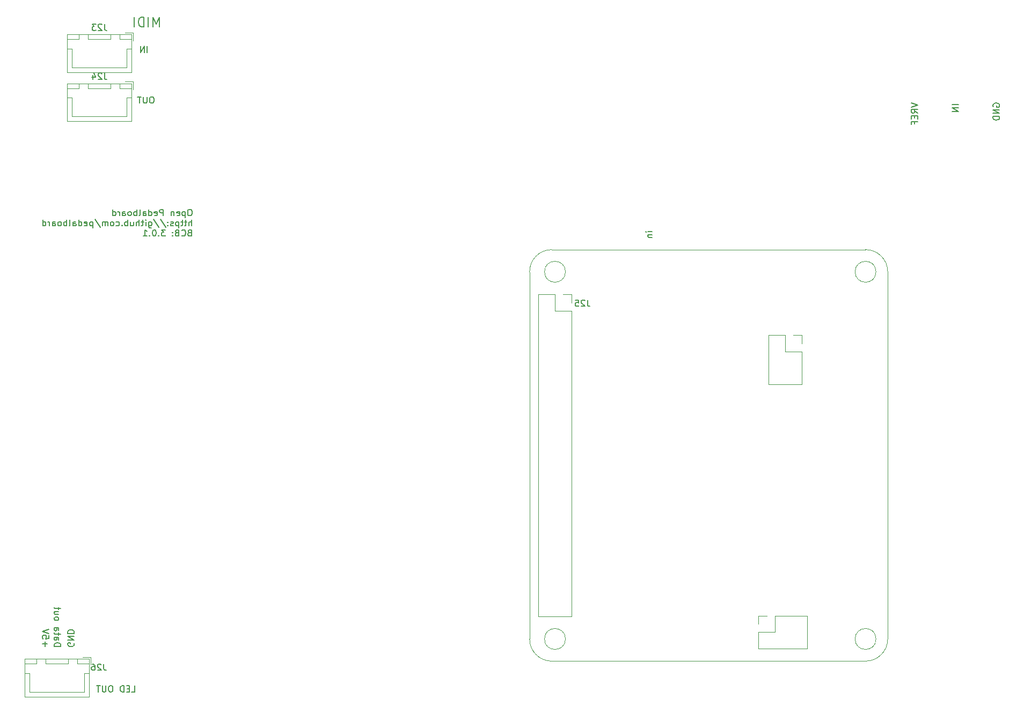
<source format=gbo>
G04 #@! TF.GenerationSoftware,KiCad,Pcbnew,7.0.8-7.0.8~ubuntu23.04.1*
G04 #@! TF.CreationDate,2023-10-20T00:30:42+00:00*
G04 #@! TF.ProjectId,pedalboard-hw,70656461-6c62-46f6-9172-642d68772e6b,3.0.1*
G04 #@! TF.SameCoordinates,Original*
G04 #@! TF.FileFunction,Legend,Bot*
G04 #@! TF.FilePolarity,Positive*
%FSLAX46Y46*%
G04 Gerber Fmt 4.6, Leading zero omitted, Abs format (unit mm)*
G04 Created by KiCad (PCBNEW 7.0.8-7.0.8~ubuntu23.04.1) date 2023-10-20 00:30:42*
%MOMM*%
%LPD*%
G01*
G04 APERTURE LIST*
%ADD10C,0.150000*%
%ADD11C,0.120000*%
%ADD12C,0.100000*%
G04 APERTURE END LIST*
D10*
X25076946Y8854974D02*
X25124565Y8759736D01*
X25124565Y8759736D02*
X25124565Y8616879D01*
X25124565Y8616879D02*
X25076946Y8474022D01*
X25076946Y8474022D02*
X24981708Y8378784D01*
X24981708Y8378784D02*
X24886470Y8331165D01*
X24886470Y8331165D02*
X24695994Y8283546D01*
X24695994Y8283546D02*
X24553137Y8283546D01*
X24553137Y8283546D02*
X24362661Y8331165D01*
X24362661Y8331165D02*
X24267423Y8378784D01*
X24267423Y8378784D02*
X24172185Y8474022D01*
X24172185Y8474022D02*
X24124565Y8616879D01*
X24124565Y8616879D02*
X24124565Y8712117D01*
X24124565Y8712117D02*
X24172185Y8854974D01*
X24172185Y8854974D02*
X24219804Y8902593D01*
X24219804Y8902593D02*
X24553137Y8902593D01*
X24553137Y8902593D02*
X24553137Y8712117D01*
X24124565Y9331165D02*
X25124565Y9331165D01*
X25124565Y9331165D02*
X24124565Y9902593D01*
X24124565Y9902593D02*
X25124565Y9902593D01*
X24124565Y10378784D02*
X25124565Y10378784D01*
X25124565Y10378784D02*
X25124565Y10616879D01*
X25124565Y10616879D02*
X25076946Y10759736D01*
X25076946Y10759736D02*
X24981708Y10854974D01*
X24981708Y10854974D02*
X24886470Y10902593D01*
X24886470Y10902593D02*
X24695994Y10950212D01*
X24695994Y10950212D02*
X24553137Y10950212D01*
X24553137Y10950212D02*
X24362661Y10902593D01*
X24362661Y10902593D02*
X24267423Y10854974D01*
X24267423Y10854974D02*
X24172185Y10759736D01*
X24172185Y10759736D02*
X24124565Y10616879D01*
X24124565Y10616879D02*
X24124565Y10378784D01*
X22007365Y8331165D02*
X23007365Y8331165D01*
X23007365Y8331165D02*
X23007365Y8569260D01*
X23007365Y8569260D02*
X22959746Y8712117D01*
X22959746Y8712117D02*
X22864508Y8807355D01*
X22864508Y8807355D02*
X22769270Y8854974D01*
X22769270Y8854974D02*
X22578794Y8902593D01*
X22578794Y8902593D02*
X22435937Y8902593D01*
X22435937Y8902593D02*
X22245461Y8854974D01*
X22245461Y8854974D02*
X22150223Y8807355D01*
X22150223Y8807355D02*
X22054985Y8712117D01*
X22054985Y8712117D02*
X22007365Y8569260D01*
X22007365Y8569260D02*
X22007365Y8331165D01*
X22007365Y9759736D02*
X22531175Y9759736D01*
X22531175Y9759736D02*
X22626413Y9712117D01*
X22626413Y9712117D02*
X22674032Y9616879D01*
X22674032Y9616879D02*
X22674032Y9426403D01*
X22674032Y9426403D02*
X22626413Y9331165D01*
X22054985Y9759736D02*
X22007365Y9664498D01*
X22007365Y9664498D02*
X22007365Y9426403D01*
X22007365Y9426403D02*
X22054985Y9331165D01*
X22054985Y9331165D02*
X22150223Y9283546D01*
X22150223Y9283546D02*
X22245461Y9283546D01*
X22245461Y9283546D02*
X22340699Y9331165D01*
X22340699Y9331165D02*
X22388318Y9426403D01*
X22388318Y9426403D02*
X22388318Y9664498D01*
X22388318Y9664498D02*
X22435937Y9759736D01*
X22674032Y10093070D02*
X22674032Y10474022D01*
X23007365Y10235927D02*
X22150223Y10235927D01*
X22150223Y10235927D02*
X22054985Y10283546D01*
X22054985Y10283546D02*
X22007365Y10378784D01*
X22007365Y10378784D02*
X22007365Y10474022D01*
X22007365Y11235927D02*
X22531175Y11235927D01*
X22531175Y11235927D02*
X22626413Y11188308D01*
X22626413Y11188308D02*
X22674032Y11093070D01*
X22674032Y11093070D02*
X22674032Y10902594D01*
X22674032Y10902594D02*
X22626413Y10807356D01*
X22054985Y11235927D02*
X22007365Y11140689D01*
X22007365Y11140689D02*
X22007365Y10902594D01*
X22007365Y10902594D02*
X22054985Y10807356D01*
X22054985Y10807356D02*
X22150223Y10759737D01*
X22150223Y10759737D02*
X22245461Y10759737D01*
X22245461Y10759737D02*
X22340699Y10807356D01*
X22340699Y10807356D02*
X22388318Y10902594D01*
X22388318Y10902594D02*
X22388318Y11140689D01*
X22388318Y11140689D02*
X22435937Y11235927D01*
X22007365Y12616880D02*
X22054985Y12521642D01*
X22054985Y12521642D02*
X22102604Y12474023D01*
X22102604Y12474023D02*
X22197842Y12426404D01*
X22197842Y12426404D02*
X22483556Y12426404D01*
X22483556Y12426404D02*
X22578794Y12474023D01*
X22578794Y12474023D02*
X22626413Y12521642D01*
X22626413Y12521642D02*
X22674032Y12616880D01*
X22674032Y12616880D02*
X22674032Y12759737D01*
X22674032Y12759737D02*
X22626413Y12854975D01*
X22626413Y12854975D02*
X22578794Y12902594D01*
X22578794Y12902594D02*
X22483556Y12950213D01*
X22483556Y12950213D02*
X22197842Y12950213D01*
X22197842Y12950213D02*
X22102604Y12902594D01*
X22102604Y12902594D02*
X22054985Y12854975D01*
X22054985Y12854975D02*
X22007365Y12759737D01*
X22007365Y12759737D02*
X22007365Y12616880D01*
X22674032Y13807356D02*
X22007365Y13807356D01*
X22674032Y13378785D02*
X22150223Y13378785D01*
X22150223Y13378785D02*
X22054985Y13426404D01*
X22054985Y13426404D02*
X22007365Y13521642D01*
X22007365Y13521642D02*
X22007365Y13664499D01*
X22007365Y13664499D02*
X22054985Y13759737D01*
X22054985Y13759737D02*
X22102604Y13807356D01*
X22674032Y14140690D02*
X22674032Y14521642D01*
X23007365Y14283547D02*
X22150223Y14283547D01*
X22150223Y14283547D02*
X22054985Y14331166D01*
X22054985Y14331166D02*
X22007365Y14426404D01*
X22007365Y14426404D02*
X22007365Y14521642D01*
X36657605Y102124566D02*
X36657605Y103124566D01*
X36181415Y102124566D02*
X36181415Y103124566D01*
X36181415Y103124566D02*
X35609987Y102124566D01*
X35609987Y102124566D02*
X35609987Y103124566D01*
X170141823Y93557797D02*
X170094204Y93653035D01*
X170094204Y93653035D02*
X170094204Y93795892D01*
X170094204Y93795892D02*
X170141823Y93938749D01*
X170141823Y93938749D02*
X170237061Y94033987D01*
X170237061Y94033987D02*
X170332299Y94081606D01*
X170332299Y94081606D02*
X170522775Y94129225D01*
X170522775Y94129225D02*
X170665632Y94129225D01*
X170665632Y94129225D02*
X170856108Y94081606D01*
X170856108Y94081606D02*
X170951346Y94033987D01*
X170951346Y94033987D02*
X171046585Y93938749D01*
X171046585Y93938749D02*
X171094204Y93795892D01*
X171094204Y93795892D02*
X171094204Y93700654D01*
X171094204Y93700654D02*
X171046585Y93557797D01*
X171046585Y93557797D02*
X170998965Y93510178D01*
X170998965Y93510178D02*
X170665632Y93510178D01*
X170665632Y93510178D02*
X170665632Y93700654D01*
X171094204Y93081606D02*
X170094204Y93081606D01*
X170094204Y93081606D02*
X171094204Y92510178D01*
X171094204Y92510178D02*
X170094204Y92510178D01*
X171094204Y92033987D02*
X170094204Y92033987D01*
X170094204Y92033987D02*
X170094204Y91795892D01*
X170094204Y91795892D02*
X170141823Y91653035D01*
X170141823Y91653035D02*
X170237061Y91557797D01*
X170237061Y91557797D02*
X170332299Y91510178D01*
X170332299Y91510178D02*
X170522775Y91462559D01*
X170522775Y91462559D02*
X170665632Y91462559D01*
X170665632Y91462559D02*
X170856108Y91510178D01*
X170856108Y91510178D02*
X170951346Y91557797D01*
X170951346Y91557797D02*
X171046585Y91653035D01*
X171046585Y91653035D02*
X171094204Y91795892D01*
X171094204Y91795892D02*
X171094204Y92033987D01*
X43467129Y77344566D02*
X43276653Y77344566D01*
X43276653Y77344566D02*
X43181415Y77296947D01*
X43181415Y77296947D02*
X43086177Y77201709D01*
X43086177Y77201709D02*
X43038558Y77011233D01*
X43038558Y77011233D02*
X43038558Y76677900D01*
X43038558Y76677900D02*
X43086177Y76487424D01*
X43086177Y76487424D02*
X43181415Y76392185D01*
X43181415Y76392185D02*
X43276653Y76344566D01*
X43276653Y76344566D02*
X43467129Y76344566D01*
X43467129Y76344566D02*
X43562367Y76392185D01*
X43562367Y76392185D02*
X43657605Y76487424D01*
X43657605Y76487424D02*
X43705224Y76677900D01*
X43705224Y76677900D02*
X43705224Y77011233D01*
X43705224Y77011233D02*
X43657605Y77201709D01*
X43657605Y77201709D02*
X43562367Y77296947D01*
X43562367Y77296947D02*
X43467129Y77344566D01*
X42609986Y77011233D02*
X42609986Y76011233D01*
X42609986Y76963614D02*
X42514748Y77011233D01*
X42514748Y77011233D02*
X42324272Y77011233D01*
X42324272Y77011233D02*
X42229034Y76963614D01*
X42229034Y76963614D02*
X42181415Y76915995D01*
X42181415Y76915995D02*
X42133796Y76820757D01*
X42133796Y76820757D02*
X42133796Y76535043D01*
X42133796Y76535043D02*
X42181415Y76439805D01*
X42181415Y76439805D02*
X42229034Y76392185D01*
X42229034Y76392185D02*
X42324272Y76344566D01*
X42324272Y76344566D02*
X42514748Y76344566D01*
X42514748Y76344566D02*
X42609986Y76392185D01*
X41324272Y76392185D02*
X41419510Y76344566D01*
X41419510Y76344566D02*
X41609986Y76344566D01*
X41609986Y76344566D02*
X41705224Y76392185D01*
X41705224Y76392185D02*
X41752843Y76487424D01*
X41752843Y76487424D02*
X41752843Y76868376D01*
X41752843Y76868376D02*
X41705224Y76963614D01*
X41705224Y76963614D02*
X41609986Y77011233D01*
X41609986Y77011233D02*
X41419510Y77011233D01*
X41419510Y77011233D02*
X41324272Y76963614D01*
X41324272Y76963614D02*
X41276653Y76868376D01*
X41276653Y76868376D02*
X41276653Y76773138D01*
X41276653Y76773138D02*
X41752843Y76677900D01*
X40848081Y77011233D02*
X40848081Y76344566D01*
X40848081Y76915995D02*
X40800462Y76963614D01*
X40800462Y76963614D02*
X40705224Y77011233D01*
X40705224Y77011233D02*
X40562367Y77011233D01*
X40562367Y77011233D02*
X40467129Y76963614D01*
X40467129Y76963614D02*
X40419510Y76868376D01*
X40419510Y76868376D02*
X40419510Y76344566D01*
X39181414Y76344566D02*
X39181414Y77344566D01*
X39181414Y77344566D02*
X38800462Y77344566D01*
X38800462Y77344566D02*
X38705224Y77296947D01*
X38705224Y77296947D02*
X38657605Y77249328D01*
X38657605Y77249328D02*
X38609986Y77154090D01*
X38609986Y77154090D02*
X38609986Y77011233D01*
X38609986Y77011233D02*
X38657605Y76915995D01*
X38657605Y76915995D02*
X38705224Y76868376D01*
X38705224Y76868376D02*
X38800462Y76820757D01*
X38800462Y76820757D02*
X39181414Y76820757D01*
X37800462Y76392185D02*
X37895700Y76344566D01*
X37895700Y76344566D02*
X38086176Y76344566D01*
X38086176Y76344566D02*
X38181414Y76392185D01*
X38181414Y76392185D02*
X38229033Y76487424D01*
X38229033Y76487424D02*
X38229033Y76868376D01*
X38229033Y76868376D02*
X38181414Y76963614D01*
X38181414Y76963614D02*
X38086176Y77011233D01*
X38086176Y77011233D02*
X37895700Y77011233D01*
X37895700Y77011233D02*
X37800462Y76963614D01*
X37800462Y76963614D02*
X37752843Y76868376D01*
X37752843Y76868376D02*
X37752843Y76773138D01*
X37752843Y76773138D02*
X38229033Y76677900D01*
X36895700Y76344566D02*
X36895700Y77344566D01*
X36895700Y76392185D02*
X36990938Y76344566D01*
X36990938Y76344566D02*
X37181414Y76344566D01*
X37181414Y76344566D02*
X37276652Y76392185D01*
X37276652Y76392185D02*
X37324271Y76439805D01*
X37324271Y76439805D02*
X37371890Y76535043D01*
X37371890Y76535043D02*
X37371890Y76820757D01*
X37371890Y76820757D02*
X37324271Y76915995D01*
X37324271Y76915995D02*
X37276652Y76963614D01*
X37276652Y76963614D02*
X37181414Y77011233D01*
X37181414Y77011233D02*
X36990938Y77011233D01*
X36990938Y77011233D02*
X36895700Y76963614D01*
X35990938Y76344566D02*
X35990938Y76868376D01*
X35990938Y76868376D02*
X36038557Y76963614D01*
X36038557Y76963614D02*
X36133795Y77011233D01*
X36133795Y77011233D02*
X36324271Y77011233D01*
X36324271Y77011233D02*
X36419509Y76963614D01*
X35990938Y76392185D02*
X36086176Y76344566D01*
X36086176Y76344566D02*
X36324271Y76344566D01*
X36324271Y76344566D02*
X36419509Y76392185D01*
X36419509Y76392185D02*
X36467128Y76487424D01*
X36467128Y76487424D02*
X36467128Y76582662D01*
X36467128Y76582662D02*
X36419509Y76677900D01*
X36419509Y76677900D02*
X36324271Y76725519D01*
X36324271Y76725519D02*
X36086176Y76725519D01*
X36086176Y76725519D02*
X35990938Y76773138D01*
X35371890Y76344566D02*
X35467128Y76392185D01*
X35467128Y76392185D02*
X35514747Y76487424D01*
X35514747Y76487424D02*
X35514747Y77344566D01*
X34990937Y76344566D02*
X34990937Y77344566D01*
X34990937Y76963614D02*
X34895699Y77011233D01*
X34895699Y77011233D02*
X34705223Y77011233D01*
X34705223Y77011233D02*
X34609985Y76963614D01*
X34609985Y76963614D02*
X34562366Y76915995D01*
X34562366Y76915995D02*
X34514747Y76820757D01*
X34514747Y76820757D02*
X34514747Y76535043D01*
X34514747Y76535043D02*
X34562366Y76439805D01*
X34562366Y76439805D02*
X34609985Y76392185D01*
X34609985Y76392185D02*
X34705223Y76344566D01*
X34705223Y76344566D02*
X34895699Y76344566D01*
X34895699Y76344566D02*
X34990937Y76392185D01*
X33943318Y76344566D02*
X34038556Y76392185D01*
X34038556Y76392185D02*
X34086175Y76439805D01*
X34086175Y76439805D02*
X34133794Y76535043D01*
X34133794Y76535043D02*
X34133794Y76820757D01*
X34133794Y76820757D02*
X34086175Y76915995D01*
X34086175Y76915995D02*
X34038556Y76963614D01*
X34038556Y76963614D02*
X33943318Y77011233D01*
X33943318Y77011233D02*
X33800461Y77011233D01*
X33800461Y77011233D02*
X33705223Y76963614D01*
X33705223Y76963614D02*
X33657604Y76915995D01*
X33657604Y76915995D02*
X33609985Y76820757D01*
X33609985Y76820757D02*
X33609985Y76535043D01*
X33609985Y76535043D02*
X33657604Y76439805D01*
X33657604Y76439805D02*
X33705223Y76392185D01*
X33705223Y76392185D02*
X33800461Y76344566D01*
X33800461Y76344566D02*
X33943318Y76344566D01*
X32752842Y76344566D02*
X32752842Y76868376D01*
X32752842Y76868376D02*
X32800461Y76963614D01*
X32800461Y76963614D02*
X32895699Y77011233D01*
X32895699Y77011233D02*
X33086175Y77011233D01*
X33086175Y77011233D02*
X33181413Y76963614D01*
X32752842Y76392185D02*
X32848080Y76344566D01*
X32848080Y76344566D02*
X33086175Y76344566D01*
X33086175Y76344566D02*
X33181413Y76392185D01*
X33181413Y76392185D02*
X33229032Y76487424D01*
X33229032Y76487424D02*
X33229032Y76582662D01*
X33229032Y76582662D02*
X33181413Y76677900D01*
X33181413Y76677900D02*
X33086175Y76725519D01*
X33086175Y76725519D02*
X32848080Y76725519D01*
X32848080Y76725519D02*
X32752842Y76773138D01*
X32276651Y76344566D02*
X32276651Y77011233D01*
X32276651Y76820757D02*
X32229032Y76915995D01*
X32229032Y76915995D02*
X32181413Y76963614D01*
X32181413Y76963614D02*
X32086175Y77011233D01*
X32086175Y77011233D02*
X31990937Y77011233D01*
X31229032Y76344566D02*
X31229032Y77344566D01*
X31229032Y76392185D02*
X31324270Y76344566D01*
X31324270Y76344566D02*
X31514746Y76344566D01*
X31514746Y76344566D02*
X31609984Y76392185D01*
X31609984Y76392185D02*
X31657603Y76439805D01*
X31657603Y76439805D02*
X31705222Y76535043D01*
X31705222Y76535043D02*
X31705222Y76820757D01*
X31705222Y76820757D02*
X31657603Y76915995D01*
X31657603Y76915995D02*
X31609984Y76963614D01*
X31609984Y76963614D02*
X31514746Y77011233D01*
X31514746Y77011233D02*
X31324270Y77011233D01*
X31324270Y77011233D02*
X31229032Y76963614D01*
X43657605Y74734566D02*
X43657605Y75734566D01*
X43229034Y74734566D02*
X43229034Y75258376D01*
X43229034Y75258376D02*
X43276653Y75353614D01*
X43276653Y75353614D02*
X43371891Y75401233D01*
X43371891Y75401233D02*
X43514748Y75401233D01*
X43514748Y75401233D02*
X43609986Y75353614D01*
X43609986Y75353614D02*
X43657605Y75305995D01*
X42895700Y75401233D02*
X42514748Y75401233D01*
X42752843Y75734566D02*
X42752843Y74877424D01*
X42752843Y74877424D02*
X42705224Y74782185D01*
X42705224Y74782185D02*
X42609986Y74734566D01*
X42609986Y74734566D02*
X42514748Y74734566D01*
X42324271Y75401233D02*
X41943319Y75401233D01*
X42181414Y75734566D02*
X42181414Y74877424D01*
X42181414Y74877424D02*
X42133795Y74782185D01*
X42133795Y74782185D02*
X42038557Y74734566D01*
X42038557Y74734566D02*
X41943319Y74734566D01*
X41609985Y75401233D02*
X41609985Y74401233D01*
X41609985Y75353614D02*
X41514747Y75401233D01*
X41514747Y75401233D02*
X41324271Y75401233D01*
X41324271Y75401233D02*
X41229033Y75353614D01*
X41229033Y75353614D02*
X41181414Y75305995D01*
X41181414Y75305995D02*
X41133795Y75210757D01*
X41133795Y75210757D02*
X41133795Y74925043D01*
X41133795Y74925043D02*
X41181414Y74829805D01*
X41181414Y74829805D02*
X41229033Y74782185D01*
X41229033Y74782185D02*
X41324271Y74734566D01*
X41324271Y74734566D02*
X41514747Y74734566D01*
X41514747Y74734566D02*
X41609985Y74782185D01*
X40752842Y74782185D02*
X40657604Y74734566D01*
X40657604Y74734566D02*
X40467128Y74734566D01*
X40467128Y74734566D02*
X40371890Y74782185D01*
X40371890Y74782185D02*
X40324271Y74877424D01*
X40324271Y74877424D02*
X40324271Y74925043D01*
X40324271Y74925043D02*
X40371890Y75020281D01*
X40371890Y75020281D02*
X40467128Y75067900D01*
X40467128Y75067900D02*
X40609985Y75067900D01*
X40609985Y75067900D02*
X40705223Y75115519D01*
X40705223Y75115519D02*
X40752842Y75210757D01*
X40752842Y75210757D02*
X40752842Y75258376D01*
X40752842Y75258376D02*
X40705223Y75353614D01*
X40705223Y75353614D02*
X40609985Y75401233D01*
X40609985Y75401233D02*
X40467128Y75401233D01*
X40467128Y75401233D02*
X40371890Y75353614D01*
X39895699Y74829805D02*
X39848080Y74782185D01*
X39848080Y74782185D02*
X39895699Y74734566D01*
X39895699Y74734566D02*
X39943318Y74782185D01*
X39943318Y74782185D02*
X39895699Y74829805D01*
X39895699Y74829805D02*
X39895699Y74734566D01*
X39895699Y75353614D02*
X39848080Y75305995D01*
X39848080Y75305995D02*
X39895699Y75258376D01*
X39895699Y75258376D02*
X39943318Y75305995D01*
X39943318Y75305995D02*
X39895699Y75353614D01*
X39895699Y75353614D02*
X39895699Y75258376D01*
X38705224Y75782185D02*
X39562366Y74496471D01*
X37657605Y75782185D02*
X38514747Y74496471D01*
X36895700Y75401233D02*
X36895700Y74591709D01*
X36895700Y74591709D02*
X36943319Y74496471D01*
X36943319Y74496471D02*
X36990938Y74448852D01*
X36990938Y74448852D02*
X37086176Y74401233D01*
X37086176Y74401233D02*
X37229033Y74401233D01*
X37229033Y74401233D02*
X37324271Y74448852D01*
X36895700Y74782185D02*
X36990938Y74734566D01*
X36990938Y74734566D02*
X37181414Y74734566D01*
X37181414Y74734566D02*
X37276652Y74782185D01*
X37276652Y74782185D02*
X37324271Y74829805D01*
X37324271Y74829805D02*
X37371890Y74925043D01*
X37371890Y74925043D02*
X37371890Y75210757D01*
X37371890Y75210757D02*
X37324271Y75305995D01*
X37324271Y75305995D02*
X37276652Y75353614D01*
X37276652Y75353614D02*
X37181414Y75401233D01*
X37181414Y75401233D02*
X36990938Y75401233D01*
X36990938Y75401233D02*
X36895700Y75353614D01*
X36419509Y74734566D02*
X36419509Y75401233D01*
X36419509Y75734566D02*
X36467128Y75686947D01*
X36467128Y75686947D02*
X36419509Y75639328D01*
X36419509Y75639328D02*
X36371890Y75686947D01*
X36371890Y75686947D02*
X36419509Y75734566D01*
X36419509Y75734566D02*
X36419509Y75639328D01*
X36086176Y75401233D02*
X35705224Y75401233D01*
X35943319Y75734566D02*
X35943319Y74877424D01*
X35943319Y74877424D02*
X35895700Y74782185D01*
X35895700Y74782185D02*
X35800462Y74734566D01*
X35800462Y74734566D02*
X35705224Y74734566D01*
X35371890Y74734566D02*
X35371890Y75734566D01*
X34943319Y74734566D02*
X34943319Y75258376D01*
X34943319Y75258376D02*
X34990938Y75353614D01*
X34990938Y75353614D02*
X35086176Y75401233D01*
X35086176Y75401233D02*
X35229033Y75401233D01*
X35229033Y75401233D02*
X35324271Y75353614D01*
X35324271Y75353614D02*
X35371890Y75305995D01*
X34038557Y75401233D02*
X34038557Y74734566D01*
X34467128Y75401233D02*
X34467128Y74877424D01*
X34467128Y74877424D02*
X34419509Y74782185D01*
X34419509Y74782185D02*
X34324271Y74734566D01*
X34324271Y74734566D02*
X34181414Y74734566D01*
X34181414Y74734566D02*
X34086176Y74782185D01*
X34086176Y74782185D02*
X34038557Y74829805D01*
X33562366Y74734566D02*
X33562366Y75734566D01*
X33562366Y75353614D02*
X33467128Y75401233D01*
X33467128Y75401233D02*
X33276652Y75401233D01*
X33276652Y75401233D02*
X33181414Y75353614D01*
X33181414Y75353614D02*
X33133795Y75305995D01*
X33133795Y75305995D02*
X33086176Y75210757D01*
X33086176Y75210757D02*
X33086176Y74925043D01*
X33086176Y74925043D02*
X33133795Y74829805D01*
X33133795Y74829805D02*
X33181414Y74782185D01*
X33181414Y74782185D02*
X33276652Y74734566D01*
X33276652Y74734566D02*
X33467128Y74734566D01*
X33467128Y74734566D02*
X33562366Y74782185D01*
X32657604Y74829805D02*
X32609985Y74782185D01*
X32609985Y74782185D02*
X32657604Y74734566D01*
X32657604Y74734566D02*
X32705223Y74782185D01*
X32705223Y74782185D02*
X32657604Y74829805D01*
X32657604Y74829805D02*
X32657604Y74734566D01*
X31752843Y74782185D02*
X31848081Y74734566D01*
X31848081Y74734566D02*
X32038557Y74734566D01*
X32038557Y74734566D02*
X32133795Y74782185D01*
X32133795Y74782185D02*
X32181414Y74829805D01*
X32181414Y74829805D02*
X32229033Y74925043D01*
X32229033Y74925043D02*
X32229033Y75210757D01*
X32229033Y75210757D02*
X32181414Y75305995D01*
X32181414Y75305995D02*
X32133795Y75353614D01*
X32133795Y75353614D02*
X32038557Y75401233D01*
X32038557Y75401233D02*
X31848081Y75401233D01*
X31848081Y75401233D02*
X31752843Y75353614D01*
X31181414Y74734566D02*
X31276652Y74782185D01*
X31276652Y74782185D02*
X31324271Y74829805D01*
X31324271Y74829805D02*
X31371890Y74925043D01*
X31371890Y74925043D02*
X31371890Y75210757D01*
X31371890Y75210757D02*
X31324271Y75305995D01*
X31324271Y75305995D02*
X31276652Y75353614D01*
X31276652Y75353614D02*
X31181414Y75401233D01*
X31181414Y75401233D02*
X31038557Y75401233D01*
X31038557Y75401233D02*
X30943319Y75353614D01*
X30943319Y75353614D02*
X30895700Y75305995D01*
X30895700Y75305995D02*
X30848081Y75210757D01*
X30848081Y75210757D02*
X30848081Y74925043D01*
X30848081Y74925043D02*
X30895700Y74829805D01*
X30895700Y74829805D02*
X30943319Y74782185D01*
X30943319Y74782185D02*
X31038557Y74734566D01*
X31038557Y74734566D02*
X31181414Y74734566D01*
X30419509Y74734566D02*
X30419509Y75401233D01*
X30419509Y75305995D02*
X30371890Y75353614D01*
X30371890Y75353614D02*
X30276652Y75401233D01*
X30276652Y75401233D02*
X30133795Y75401233D01*
X30133795Y75401233D02*
X30038557Y75353614D01*
X30038557Y75353614D02*
X29990938Y75258376D01*
X29990938Y75258376D02*
X29990938Y74734566D01*
X29990938Y75258376D02*
X29943319Y75353614D01*
X29943319Y75353614D02*
X29848081Y75401233D01*
X29848081Y75401233D02*
X29705224Y75401233D01*
X29705224Y75401233D02*
X29609985Y75353614D01*
X29609985Y75353614D02*
X29562366Y75258376D01*
X29562366Y75258376D02*
X29562366Y74734566D01*
X28371891Y75782185D02*
X29229033Y74496471D01*
X28038557Y75401233D02*
X28038557Y74401233D01*
X28038557Y75353614D02*
X27943319Y75401233D01*
X27943319Y75401233D02*
X27752843Y75401233D01*
X27752843Y75401233D02*
X27657605Y75353614D01*
X27657605Y75353614D02*
X27609986Y75305995D01*
X27609986Y75305995D02*
X27562367Y75210757D01*
X27562367Y75210757D02*
X27562367Y74925043D01*
X27562367Y74925043D02*
X27609986Y74829805D01*
X27609986Y74829805D02*
X27657605Y74782185D01*
X27657605Y74782185D02*
X27752843Y74734566D01*
X27752843Y74734566D02*
X27943319Y74734566D01*
X27943319Y74734566D02*
X28038557Y74782185D01*
X26752843Y74782185D02*
X26848081Y74734566D01*
X26848081Y74734566D02*
X27038557Y74734566D01*
X27038557Y74734566D02*
X27133795Y74782185D01*
X27133795Y74782185D02*
X27181414Y74877424D01*
X27181414Y74877424D02*
X27181414Y75258376D01*
X27181414Y75258376D02*
X27133795Y75353614D01*
X27133795Y75353614D02*
X27038557Y75401233D01*
X27038557Y75401233D02*
X26848081Y75401233D01*
X26848081Y75401233D02*
X26752843Y75353614D01*
X26752843Y75353614D02*
X26705224Y75258376D01*
X26705224Y75258376D02*
X26705224Y75163138D01*
X26705224Y75163138D02*
X27181414Y75067900D01*
X25848081Y74734566D02*
X25848081Y75734566D01*
X25848081Y74782185D02*
X25943319Y74734566D01*
X25943319Y74734566D02*
X26133795Y74734566D01*
X26133795Y74734566D02*
X26229033Y74782185D01*
X26229033Y74782185D02*
X26276652Y74829805D01*
X26276652Y74829805D02*
X26324271Y74925043D01*
X26324271Y74925043D02*
X26324271Y75210757D01*
X26324271Y75210757D02*
X26276652Y75305995D01*
X26276652Y75305995D02*
X26229033Y75353614D01*
X26229033Y75353614D02*
X26133795Y75401233D01*
X26133795Y75401233D02*
X25943319Y75401233D01*
X25943319Y75401233D02*
X25848081Y75353614D01*
X24943319Y74734566D02*
X24943319Y75258376D01*
X24943319Y75258376D02*
X24990938Y75353614D01*
X24990938Y75353614D02*
X25086176Y75401233D01*
X25086176Y75401233D02*
X25276652Y75401233D01*
X25276652Y75401233D02*
X25371890Y75353614D01*
X24943319Y74782185D02*
X25038557Y74734566D01*
X25038557Y74734566D02*
X25276652Y74734566D01*
X25276652Y74734566D02*
X25371890Y74782185D01*
X25371890Y74782185D02*
X25419509Y74877424D01*
X25419509Y74877424D02*
X25419509Y74972662D01*
X25419509Y74972662D02*
X25371890Y75067900D01*
X25371890Y75067900D02*
X25276652Y75115519D01*
X25276652Y75115519D02*
X25038557Y75115519D01*
X25038557Y75115519D02*
X24943319Y75163138D01*
X24324271Y74734566D02*
X24419509Y74782185D01*
X24419509Y74782185D02*
X24467128Y74877424D01*
X24467128Y74877424D02*
X24467128Y75734566D01*
X23943318Y74734566D02*
X23943318Y75734566D01*
X23943318Y75353614D02*
X23848080Y75401233D01*
X23848080Y75401233D02*
X23657604Y75401233D01*
X23657604Y75401233D02*
X23562366Y75353614D01*
X23562366Y75353614D02*
X23514747Y75305995D01*
X23514747Y75305995D02*
X23467128Y75210757D01*
X23467128Y75210757D02*
X23467128Y74925043D01*
X23467128Y74925043D02*
X23514747Y74829805D01*
X23514747Y74829805D02*
X23562366Y74782185D01*
X23562366Y74782185D02*
X23657604Y74734566D01*
X23657604Y74734566D02*
X23848080Y74734566D01*
X23848080Y74734566D02*
X23943318Y74782185D01*
X22895699Y74734566D02*
X22990937Y74782185D01*
X22990937Y74782185D02*
X23038556Y74829805D01*
X23038556Y74829805D02*
X23086175Y74925043D01*
X23086175Y74925043D02*
X23086175Y75210757D01*
X23086175Y75210757D02*
X23038556Y75305995D01*
X23038556Y75305995D02*
X22990937Y75353614D01*
X22990937Y75353614D02*
X22895699Y75401233D01*
X22895699Y75401233D02*
X22752842Y75401233D01*
X22752842Y75401233D02*
X22657604Y75353614D01*
X22657604Y75353614D02*
X22609985Y75305995D01*
X22609985Y75305995D02*
X22562366Y75210757D01*
X22562366Y75210757D02*
X22562366Y74925043D01*
X22562366Y74925043D02*
X22609985Y74829805D01*
X22609985Y74829805D02*
X22657604Y74782185D01*
X22657604Y74782185D02*
X22752842Y74734566D01*
X22752842Y74734566D02*
X22895699Y74734566D01*
X21705223Y74734566D02*
X21705223Y75258376D01*
X21705223Y75258376D02*
X21752842Y75353614D01*
X21752842Y75353614D02*
X21848080Y75401233D01*
X21848080Y75401233D02*
X22038556Y75401233D01*
X22038556Y75401233D02*
X22133794Y75353614D01*
X21705223Y74782185D02*
X21800461Y74734566D01*
X21800461Y74734566D02*
X22038556Y74734566D01*
X22038556Y74734566D02*
X22133794Y74782185D01*
X22133794Y74782185D02*
X22181413Y74877424D01*
X22181413Y74877424D02*
X22181413Y74972662D01*
X22181413Y74972662D02*
X22133794Y75067900D01*
X22133794Y75067900D02*
X22038556Y75115519D01*
X22038556Y75115519D02*
X21800461Y75115519D01*
X21800461Y75115519D02*
X21705223Y75163138D01*
X21229032Y74734566D02*
X21229032Y75401233D01*
X21229032Y75210757D02*
X21181413Y75305995D01*
X21181413Y75305995D02*
X21133794Y75353614D01*
X21133794Y75353614D02*
X21038556Y75401233D01*
X21038556Y75401233D02*
X20943318Y75401233D01*
X20181413Y74734566D02*
X20181413Y75734566D01*
X20181413Y74782185D02*
X20276651Y74734566D01*
X20276651Y74734566D02*
X20467127Y74734566D01*
X20467127Y74734566D02*
X20562365Y74782185D01*
X20562365Y74782185D02*
X20609984Y74829805D01*
X20609984Y74829805D02*
X20657603Y74925043D01*
X20657603Y74925043D02*
X20657603Y75210757D01*
X20657603Y75210757D02*
X20609984Y75305995D01*
X20609984Y75305995D02*
X20562365Y75353614D01*
X20562365Y75353614D02*
X20467127Y75401233D01*
X20467127Y75401233D02*
X20276651Y75401233D01*
X20276651Y75401233D02*
X20181413Y75353614D01*
X43324272Y73648376D02*
X43181415Y73600757D01*
X43181415Y73600757D02*
X43133796Y73553138D01*
X43133796Y73553138D02*
X43086177Y73457900D01*
X43086177Y73457900D02*
X43086177Y73315043D01*
X43086177Y73315043D02*
X43133796Y73219805D01*
X43133796Y73219805D02*
X43181415Y73172185D01*
X43181415Y73172185D02*
X43276653Y73124566D01*
X43276653Y73124566D02*
X43657605Y73124566D01*
X43657605Y73124566D02*
X43657605Y74124566D01*
X43657605Y74124566D02*
X43324272Y74124566D01*
X43324272Y74124566D02*
X43229034Y74076947D01*
X43229034Y74076947D02*
X43181415Y74029328D01*
X43181415Y74029328D02*
X43133796Y73934090D01*
X43133796Y73934090D02*
X43133796Y73838852D01*
X43133796Y73838852D02*
X43181415Y73743614D01*
X43181415Y73743614D02*
X43229034Y73695995D01*
X43229034Y73695995D02*
X43324272Y73648376D01*
X43324272Y73648376D02*
X43657605Y73648376D01*
X42086177Y73219805D02*
X42133796Y73172185D01*
X42133796Y73172185D02*
X42276653Y73124566D01*
X42276653Y73124566D02*
X42371891Y73124566D01*
X42371891Y73124566D02*
X42514748Y73172185D01*
X42514748Y73172185D02*
X42609986Y73267424D01*
X42609986Y73267424D02*
X42657605Y73362662D01*
X42657605Y73362662D02*
X42705224Y73553138D01*
X42705224Y73553138D02*
X42705224Y73695995D01*
X42705224Y73695995D02*
X42657605Y73886471D01*
X42657605Y73886471D02*
X42609986Y73981709D01*
X42609986Y73981709D02*
X42514748Y74076947D01*
X42514748Y74076947D02*
X42371891Y74124566D01*
X42371891Y74124566D02*
X42276653Y74124566D01*
X42276653Y74124566D02*
X42133796Y74076947D01*
X42133796Y74076947D02*
X42086177Y74029328D01*
X41324272Y73648376D02*
X41181415Y73600757D01*
X41181415Y73600757D02*
X41133796Y73553138D01*
X41133796Y73553138D02*
X41086177Y73457900D01*
X41086177Y73457900D02*
X41086177Y73315043D01*
X41086177Y73315043D02*
X41133796Y73219805D01*
X41133796Y73219805D02*
X41181415Y73172185D01*
X41181415Y73172185D02*
X41276653Y73124566D01*
X41276653Y73124566D02*
X41657605Y73124566D01*
X41657605Y73124566D02*
X41657605Y74124566D01*
X41657605Y74124566D02*
X41324272Y74124566D01*
X41324272Y74124566D02*
X41229034Y74076947D01*
X41229034Y74076947D02*
X41181415Y74029328D01*
X41181415Y74029328D02*
X41133796Y73934090D01*
X41133796Y73934090D02*
X41133796Y73838852D01*
X41133796Y73838852D02*
X41181415Y73743614D01*
X41181415Y73743614D02*
X41229034Y73695995D01*
X41229034Y73695995D02*
X41324272Y73648376D01*
X41324272Y73648376D02*
X41657605Y73648376D01*
X40657605Y73219805D02*
X40609986Y73172185D01*
X40609986Y73172185D02*
X40657605Y73124566D01*
X40657605Y73124566D02*
X40705224Y73172185D01*
X40705224Y73172185D02*
X40657605Y73219805D01*
X40657605Y73219805D02*
X40657605Y73124566D01*
X40657605Y73743614D02*
X40609986Y73695995D01*
X40609986Y73695995D02*
X40657605Y73648376D01*
X40657605Y73648376D02*
X40705224Y73695995D01*
X40705224Y73695995D02*
X40657605Y73743614D01*
X40657605Y73743614D02*
X40657605Y73648376D01*
X39514748Y74124566D02*
X38895701Y74124566D01*
X38895701Y74124566D02*
X39229034Y73743614D01*
X39229034Y73743614D02*
X39086177Y73743614D01*
X39086177Y73743614D02*
X38990939Y73695995D01*
X38990939Y73695995D02*
X38943320Y73648376D01*
X38943320Y73648376D02*
X38895701Y73553138D01*
X38895701Y73553138D02*
X38895701Y73315043D01*
X38895701Y73315043D02*
X38943320Y73219805D01*
X38943320Y73219805D02*
X38990939Y73172185D01*
X38990939Y73172185D02*
X39086177Y73124566D01*
X39086177Y73124566D02*
X39371891Y73124566D01*
X39371891Y73124566D02*
X39467129Y73172185D01*
X39467129Y73172185D02*
X39514748Y73219805D01*
X38467129Y73219805D02*
X38419510Y73172185D01*
X38419510Y73172185D02*
X38467129Y73124566D01*
X38467129Y73124566D02*
X38514748Y73172185D01*
X38514748Y73172185D02*
X38467129Y73219805D01*
X38467129Y73219805D02*
X38467129Y73124566D01*
X37800463Y74124566D02*
X37705225Y74124566D01*
X37705225Y74124566D02*
X37609987Y74076947D01*
X37609987Y74076947D02*
X37562368Y74029328D01*
X37562368Y74029328D02*
X37514749Y73934090D01*
X37514749Y73934090D02*
X37467130Y73743614D01*
X37467130Y73743614D02*
X37467130Y73505519D01*
X37467130Y73505519D02*
X37514749Y73315043D01*
X37514749Y73315043D02*
X37562368Y73219805D01*
X37562368Y73219805D02*
X37609987Y73172185D01*
X37609987Y73172185D02*
X37705225Y73124566D01*
X37705225Y73124566D02*
X37800463Y73124566D01*
X37800463Y73124566D02*
X37895701Y73172185D01*
X37895701Y73172185D02*
X37943320Y73219805D01*
X37943320Y73219805D02*
X37990939Y73315043D01*
X37990939Y73315043D02*
X38038558Y73505519D01*
X38038558Y73505519D02*
X38038558Y73743614D01*
X38038558Y73743614D02*
X37990939Y73934090D01*
X37990939Y73934090D02*
X37943320Y74029328D01*
X37943320Y74029328D02*
X37895701Y74076947D01*
X37895701Y74076947D02*
X37800463Y74124566D01*
X37038558Y73219805D02*
X36990939Y73172185D01*
X36990939Y73172185D02*
X37038558Y73124566D01*
X37038558Y73124566D02*
X37086177Y73172185D01*
X37086177Y73172185D02*
X37038558Y73219805D01*
X37038558Y73219805D02*
X37038558Y73124566D01*
X36038559Y73124566D02*
X36609987Y73124566D01*
X36324273Y73124566D02*
X36324273Y74124566D01*
X36324273Y74124566D02*
X36419511Y73981709D01*
X36419511Y73981709D02*
X36514749Y73886471D01*
X36514749Y73886471D02*
X36609987Y73838852D01*
X20505518Y8331165D02*
X20505518Y9093069D01*
X20124565Y8712117D02*
X20886470Y8712117D01*
X21124565Y10045450D02*
X21124565Y9569260D01*
X21124565Y9569260D02*
X20648375Y9521641D01*
X20648375Y9521641D02*
X20695994Y9569260D01*
X20695994Y9569260D02*
X20743613Y9664498D01*
X20743613Y9664498D02*
X20743613Y9902593D01*
X20743613Y9902593D02*
X20695994Y9997831D01*
X20695994Y9997831D02*
X20648375Y10045450D01*
X20648375Y10045450D02*
X20553137Y10093069D01*
X20553137Y10093069D02*
X20315042Y10093069D01*
X20315042Y10093069D02*
X20219804Y10045450D01*
X20219804Y10045450D02*
X20172185Y9997831D01*
X20172185Y9997831D02*
X20124565Y9902593D01*
X20124565Y9902593D02*
X20124565Y9664498D01*
X20124565Y9664498D02*
X20172185Y9569260D01*
X20172185Y9569260D02*
X20219804Y9521641D01*
X21124565Y10378784D02*
X20124565Y10712117D01*
X20124565Y10712117D02*
X21124565Y11045450D01*
X38538558Y106185757D02*
X38538558Y107685757D01*
X38538558Y107685757D02*
X38038558Y106614328D01*
X38038558Y106614328D02*
X37538558Y107685757D01*
X37538558Y107685757D02*
X37538558Y106185757D01*
X36824272Y106185757D02*
X36824272Y107685757D01*
X36109986Y106185757D02*
X36109986Y107685757D01*
X36109986Y107685757D02*
X35752843Y107685757D01*
X35752843Y107685757D02*
X35538557Y107614328D01*
X35538557Y107614328D02*
X35395700Y107471471D01*
X35395700Y107471471D02*
X35324271Y107328614D01*
X35324271Y107328614D02*
X35252843Y107042900D01*
X35252843Y107042900D02*
X35252843Y106828614D01*
X35252843Y106828614D02*
X35324271Y106542900D01*
X35324271Y106542900D02*
X35395700Y106400043D01*
X35395700Y106400043D02*
X35538557Y106257185D01*
X35538557Y106257185D02*
X35752843Y106185757D01*
X35752843Y106185757D02*
X36109986Y106185757D01*
X34609986Y106185757D02*
X34609986Y107685757D01*
X116305004Y73806006D02*
X115638337Y73806006D01*
X115305004Y73806006D02*
X115352623Y73853625D01*
X115352623Y73853625D02*
X115400242Y73806006D01*
X115400242Y73806006D02*
X115352623Y73758387D01*
X115352623Y73758387D02*
X115305004Y73806006D01*
X115305004Y73806006D02*
X115400242Y73806006D01*
X115638337Y73329816D02*
X116305004Y73329816D01*
X115733575Y73329816D02*
X115685956Y73282197D01*
X115685956Y73282197D02*
X115638337Y73186959D01*
X115638337Y73186959D02*
X115638337Y73044102D01*
X115638337Y73044102D02*
X115685956Y72948864D01*
X115685956Y72948864D02*
X115781194Y72901245D01*
X115781194Y72901245D02*
X116305004Y72901245D01*
X34181415Y1124566D02*
X34657605Y1124566D01*
X34657605Y1124566D02*
X34657605Y2124566D01*
X33848081Y1648376D02*
X33514748Y1648376D01*
X33371891Y1124566D02*
X33848081Y1124566D01*
X33848081Y1124566D02*
X33848081Y2124566D01*
X33848081Y2124566D02*
X33371891Y2124566D01*
X32943319Y1124566D02*
X32943319Y2124566D01*
X32943319Y2124566D02*
X32705224Y2124566D01*
X32705224Y2124566D02*
X32562367Y2076947D01*
X32562367Y2076947D02*
X32467129Y1981709D01*
X32467129Y1981709D02*
X32419510Y1886471D01*
X32419510Y1886471D02*
X32371891Y1695995D01*
X32371891Y1695995D02*
X32371891Y1553138D01*
X32371891Y1553138D02*
X32419510Y1362662D01*
X32419510Y1362662D02*
X32467129Y1267424D01*
X32467129Y1267424D02*
X32562367Y1172185D01*
X32562367Y1172185D02*
X32705224Y1124566D01*
X32705224Y1124566D02*
X32943319Y1124566D01*
X30990938Y2124566D02*
X30800462Y2124566D01*
X30800462Y2124566D02*
X30705224Y2076947D01*
X30705224Y2076947D02*
X30609986Y1981709D01*
X30609986Y1981709D02*
X30562367Y1791233D01*
X30562367Y1791233D02*
X30562367Y1457900D01*
X30562367Y1457900D02*
X30609986Y1267424D01*
X30609986Y1267424D02*
X30705224Y1172185D01*
X30705224Y1172185D02*
X30800462Y1124566D01*
X30800462Y1124566D02*
X30990938Y1124566D01*
X30990938Y1124566D02*
X31086176Y1172185D01*
X31086176Y1172185D02*
X31181414Y1267424D01*
X31181414Y1267424D02*
X31229033Y1457900D01*
X31229033Y1457900D02*
X31229033Y1791233D01*
X31229033Y1791233D02*
X31181414Y1981709D01*
X31181414Y1981709D02*
X31086176Y2076947D01*
X31086176Y2076947D02*
X30990938Y2124566D01*
X30133795Y2124566D02*
X30133795Y1315043D01*
X30133795Y1315043D02*
X30086176Y1219805D01*
X30086176Y1219805D02*
X30038557Y1172185D01*
X30038557Y1172185D02*
X29943319Y1124566D01*
X29943319Y1124566D02*
X29752843Y1124566D01*
X29752843Y1124566D02*
X29657605Y1172185D01*
X29657605Y1172185D02*
X29609986Y1219805D01*
X29609986Y1219805D02*
X29562367Y1315043D01*
X29562367Y1315043D02*
X29562367Y2124566D01*
X29229033Y2124566D02*
X28657605Y2124566D01*
X28943319Y1124566D02*
X28943319Y2124566D01*
X164642604Y93878406D02*
X163642604Y93878406D01*
X164642604Y93402216D02*
X163642604Y93402216D01*
X163642604Y93402216D02*
X164642604Y92830788D01*
X164642604Y92830788D02*
X163642604Y92830788D01*
X37467129Y95124566D02*
X37276653Y95124566D01*
X37276653Y95124566D02*
X37181415Y95076947D01*
X37181415Y95076947D02*
X37086177Y94981709D01*
X37086177Y94981709D02*
X37038558Y94791233D01*
X37038558Y94791233D02*
X37038558Y94457900D01*
X37038558Y94457900D02*
X37086177Y94267424D01*
X37086177Y94267424D02*
X37181415Y94172185D01*
X37181415Y94172185D02*
X37276653Y94124566D01*
X37276653Y94124566D02*
X37467129Y94124566D01*
X37467129Y94124566D02*
X37562367Y94172185D01*
X37562367Y94172185D02*
X37657605Y94267424D01*
X37657605Y94267424D02*
X37705224Y94457900D01*
X37705224Y94457900D02*
X37705224Y94791233D01*
X37705224Y94791233D02*
X37657605Y94981709D01*
X37657605Y94981709D02*
X37562367Y95076947D01*
X37562367Y95076947D02*
X37467129Y95124566D01*
X36609986Y95124566D02*
X36609986Y94315043D01*
X36609986Y94315043D02*
X36562367Y94219805D01*
X36562367Y94219805D02*
X36514748Y94172185D01*
X36514748Y94172185D02*
X36419510Y94124566D01*
X36419510Y94124566D02*
X36229034Y94124566D01*
X36229034Y94124566D02*
X36133796Y94172185D01*
X36133796Y94172185D02*
X36086177Y94219805D01*
X36086177Y94219805D02*
X36038558Y94315043D01*
X36038558Y94315043D02*
X36038558Y95124566D01*
X35705224Y95124566D02*
X35133796Y95124566D01*
X35419510Y94124566D02*
X35419510Y95124566D01*
X157191004Y94122863D02*
X158191004Y93789530D01*
X158191004Y93789530D02*
X157191004Y93456197D01*
X158191004Y92551435D02*
X157714813Y92884768D01*
X158191004Y93122863D02*
X157191004Y93122863D01*
X157191004Y93122863D02*
X157191004Y92741911D01*
X157191004Y92741911D02*
X157238623Y92646673D01*
X157238623Y92646673D02*
X157286242Y92599054D01*
X157286242Y92599054D02*
X157381480Y92551435D01*
X157381480Y92551435D02*
X157524337Y92551435D01*
X157524337Y92551435D02*
X157619575Y92599054D01*
X157619575Y92599054D02*
X157667194Y92646673D01*
X157667194Y92646673D02*
X157714813Y92741911D01*
X157714813Y92741911D02*
X157714813Y93122863D01*
X157667194Y92122863D02*
X157667194Y91789530D01*
X158191004Y91646673D02*
X158191004Y92122863D01*
X158191004Y92122863D02*
X157191004Y92122863D01*
X157191004Y92122863D02*
X157191004Y91646673D01*
X157667194Y90884768D02*
X157667194Y91218101D01*
X158191004Y91218101D02*
X157191004Y91218101D01*
X157191004Y91218101D02*
X157191004Y90741911D01*
X29903908Y106614566D02*
X29903908Y105900281D01*
X29903908Y105900281D02*
X29951527Y105757424D01*
X29951527Y105757424D02*
X30046765Y105662185D01*
X30046765Y105662185D02*
X30189622Y105614566D01*
X30189622Y105614566D02*
X30284860Y105614566D01*
X29475336Y106519328D02*
X29427717Y106566947D01*
X29427717Y106566947D02*
X29332479Y106614566D01*
X29332479Y106614566D02*
X29094384Y106614566D01*
X29094384Y106614566D02*
X28999146Y106566947D01*
X28999146Y106566947D02*
X28951527Y106519328D01*
X28951527Y106519328D02*
X28903908Y106424090D01*
X28903908Y106424090D02*
X28903908Y106328852D01*
X28903908Y106328852D02*
X28951527Y106185995D01*
X28951527Y106185995D02*
X29522955Y105614566D01*
X29522955Y105614566D02*
X28903908Y105614566D01*
X28570574Y106614566D02*
X27951527Y106614566D01*
X27951527Y106614566D02*
X28284860Y106233614D01*
X28284860Y106233614D02*
X28142003Y106233614D01*
X28142003Y106233614D02*
X28046765Y106185995D01*
X28046765Y106185995D02*
X27999146Y106138376D01*
X27999146Y106138376D02*
X27951527Y106043138D01*
X27951527Y106043138D02*
X27951527Y105805043D01*
X27951527Y105805043D02*
X27999146Y105709805D01*
X27999146Y105709805D02*
X28046765Y105662185D01*
X28046765Y105662185D02*
X28142003Y105614566D01*
X28142003Y105614566D02*
X28427717Y105614566D01*
X28427717Y105614566D02*
X28522955Y105662185D01*
X28522955Y105662185D02*
X28570574Y105709805D01*
X29803908Y5539566D02*
X29803908Y4825281D01*
X29803908Y4825281D02*
X29851527Y4682424D01*
X29851527Y4682424D02*
X29946765Y4587185D01*
X29946765Y4587185D02*
X30089622Y4539566D01*
X30089622Y4539566D02*
X30184860Y4539566D01*
X29375336Y5444328D02*
X29327717Y5491947D01*
X29327717Y5491947D02*
X29232479Y5539566D01*
X29232479Y5539566D02*
X28994384Y5539566D01*
X28994384Y5539566D02*
X28899146Y5491947D01*
X28899146Y5491947D02*
X28851527Y5444328D01*
X28851527Y5444328D02*
X28803908Y5349090D01*
X28803908Y5349090D02*
X28803908Y5253852D01*
X28803908Y5253852D02*
X28851527Y5110995D01*
X28851527Y5110995D02*
X29422955Y4539566D01*
X29422955Y4539566D02*
X28803908Y4539566D01*
X27946765Y5539566D02*
X28137241Y5539566D01*
X28137241Y5539566D02*
X28232479Y5491947D01*
X28232479Y5491947D02*
X28280098Y5444328D01*
X28280098Y5444328D02*
X28375336Y5301471D01*
X28375336Y5301471D02*
X28422955Y5110995D01*
X28422955Y5110995D02*
X28422955Y4730043D01*
X28422955Y4730043D02*
X28375336Y4634805D01*
X28375336Y4634805D02*
X28327717Y4587185D01*
X28327717Y4587185D02*
X28232479Y4539566D01*
X28232479Y4539566D02*
X28042003Y4539566D01*
X28042003Y4539566D02*
X27946765Y4587185D01*
X27946765Y4587185D02*
X27899146Y4634805D01*
X27899146Y4634805D02*
X27851527Y4730043D01*
X27851527Y4730043D02*
X27851527Y4968138D01*
X27851527Y4968138D02*
X27899146Y5063376D01*
X27899146Y5063376D02*
X27946765Y5110995D01*
X27946765Y5110995D02*
X28042003Y5158614D01*
X28042003Y5158614D02*
X28232479Y5158614D01*
X28232479Y5158614D02*
X28327717Y5110995D01*
X28327717Y5110995D02*
X28375336Y5063376D01*
X28375336Y5063376D02*
X28422955Y4968138D01*
X106103908Y63039566D02*
X106103908Y62325281D01*
X106103908Y62325281D02*
X106151527Y62182424D01*
X106151527Y62182424D02*
X106246765Y62087185D01*
X106246765Y62087185D02*
X106389622Y62039566D01*
X106389622Y62039566D02*
X106484860Y62039566D01*
X105675336Y62944328D02*
X105627717Y62991947D01*
X105627717Y62991947D02*
X105532479Y63039566D01*
X105532479Y63039566D02*
X105294384Y63039566D01*
X105294384Y63039566D02*
X105199146Y62991947D01*
X105199146Y62991947D02*
X105151527Y62944328D01*
X105151527Y62944328D02*
X105103908Y62849090D01*
X105103908Y62849090D02*
X105103908Y62753852D01*
X105103908Y62753852D02*
X105151527Y62610995D01*
X105151527Y62610995D02*
X105722955Y62039566D01*
X105722955Y62039566D02*
X105103908Y62039566D01*
X104199146Y63039566D02*
X104675336Y63039566D01*
X104675336Y63039566D02*
X104722955Y62563376D01*
X104722955Y62563376D02*
X104675336Y62610995D01*
X104675336Y62610995D02*
X104580098Y62658614D01*
X104580098Y62658614D02*
X104342003Y62658614D01*
X104342003Y62658614D02*
X104246765Y62610995D01*
X104246765Y62610995D02*
X104199146Y62563376D01*
X104199146Y62563376D02*
X104151527Y62468138D01*
X104151527Y62468138D02*
X104151527Y62230043D01*
X104151527Y62230043D02*
X104199146Y62134805D01*
X104199146Y62134805D02*
X104246765Y62087185D01*
X104246765Y62087185D02*
X104342003Y62039566D01*
X104342003Y62039566D02*
X104580098Y62039566D01*
X104580098Y62039566D02*
X104675336Y62087185D01*
X104675336Y62087185D02*
X104722955Y62134805D01*
X29903908Y98864566D02*
X29903908Y98150281D01*
X29903908Y98150281D02*
X29951527Y98007424D01*
X29951527Y98007424D02*
X30046765Y97912185D01*
X30046765Y97912185D02*
X30189622Y97864566D01*
X30189622Y97864566D02*
X30284860Y97864566D01*
X29475336Y98769328D02*
X29427717Y98816947D01*
X29427717Y98816947D02*
X29332479Y98864566D01*
X29332479Y98864566D02*
X29094384Y98864566D01*
X29094384Y98864566D02*
X28999146Y98816947D01*
X28999146Y98816947D02*
X28951527Y98769328D01*
X28951527Y98769328D02*
X28903908Y98674090D01*
X28903908Y98674090D02*
X28903908Y98578852D01*
X28903908Y98578852D02*
X28951527Y98435995D01*
X28951527Y98435995D02*
X29522955Y97864566D01*
X29522955Y97864566D02*
X28903908Y97864566D01*
X28046765Y98531233D02*
X28046765Y97864566D01*
X28284860Y98912185D02*
X28522955Y98197900D01*
X28522955Y98197900D02*
X27903908Y98197900D01*
D11*
X34444385Y105269385D02*
X34444385Y104019385D01*
X34154385Y99009385D02*
X24034385Y99009385D01*
X34154385Y104979385D02*
X34154385Y99009385D01*
X34144385Y102719385D02*
X33394385Y102719385D01*
X34144385Y104219385D02*
X32344385Y104219385D01*
X34144385Y104969385D02*
X34144385Y104219385D01*
X33394385Y99769385D02*
X29094385Y99769385D01*
X33394385Y102719385D02*
X33394385Y99769385D01*
X33194385Y105269385D02*
X34444385Y105269385D01*
X32344385Y104219385D02*
X32344385Y104969385D01*
X32344385Y104969385D02*
X34144385Y104969385D01*
X30844385Y104219385D02*
X27344385Y104219385D01*
X30844385Y104969385D02*
X30844385Y104219385D01*
X27344385Y104219385D02*
X27344385Y104969385D01*
X27344385Y104969385D02*
X30844385Y104969385D01*
X25844385Y104219385D02*
X24044385Y104219385D01*
X25844385Y104969385D02*
X25844385Y104219385D01*
X24794385Y99769385D02*
X29094385Y99769385D01*
X24794385Y102719385D02*
X24794385Y99769385D01*
X24044385Y102719385D02*
X24794385Y102719385D01*
X24044385Y104219385D02*
X24044385Y104969385D01*
X24044385Y104969385D02*
X25844385Y104969385D01*
X24034385Y99009385D02*
X24034385Y104979385D01*
X24034385Y104979385D02*
X34154385Y104979385D01*
X27744385Y6644385D02*
X27744385Y5394385D01*
X27454385Y384385D02*
X17334385Y384385D01*
X27454385Y6354385D02*
X27454385Y384385D01*
X27444385Y4094385D02*
X26694385Y4094385D01*
X27444385Y5594385D02*
X25644385Y5594385D01*
X27444385Y6344385D02*
X27444385Y5594385D01*
X26694385Y1144385D02*
X22394385Y1144385D01*
X26694385Y4094385D02*
X26694385Y1144385D01*
X26494385Y6644385D02*
X27744385Y6644385D01*
X25644385Y5594385D02*
X25644385Y6344385D01*
X25644385Y6344385D02*
X27444385Y6344385D01*
X24144385Y5594385D02*
X20644385Y5594385D01*
X24144385Y6344385D02*
X24144385Y5594385D01*
X20644385Y5594385D02*
X20644385Y6344385D01*
X20644385Y6344385D02*
X24144385Y6344385D01*
X19144385Y5594385D02*
X17344385Y5594385D01*
X19144385Y6344385D02*
X19144385Y5594385D01*
X18094385Y1144385D02*
X22394385Y1144385D01*
X18094385Y4094385D02*
X18094385Y1144385D01*
X17344385Y4094385D02*
X18094385Y4094385D01*
X17344385Y5594385D02*
X17344385Y6344385D01*
X17344385Y6344385D02*
X19144385Y6344385D01*
X17334385Y384385D02*
X17334385Y6354385D01*
X17334385Y6354385D02*
X27454385Y6354385D01*
D12*
X153474385Y67488785D02*
X153474385Y9488785D01*
X149724385Y5988785D02*
X149974385Y5988785D01*
D11*
X140784385Y7973785D02*
X140784385Y13173785D01*
X139879385Y54878785D02*
X139879385Y49738785D01*
X139879385Y57478785D02*
X139879385Y56148785D01*
X138549385Y57478785D02*
X139879385Y57478785D01*
X137279385Y54878785D02*
X139879385Y54878785D01*
X137279385Y57478785D02*
X137279385Y54878785D01*
X135644385Y10573785D02*
X135644385Y13173785D01*
X135644385Y13173785D02*
X140784385Y13173785D01*
X134679385Y49738785D02*
X139879385Y49738785D01*
X134679385Y57478785D02*
X137279385Y57478785D01*
X134679385Y57478785D02*
X134679385Y49738785D01*
X133044385Y7973785D02*
X140784385Y7973785D01*
X133044385Y7973785D02*
X133044385Y10573785D01*
X133044385Y10573785D02*
X135644385Y10573785D01*
X133044385Y11843785D02*
X133044385Y13173785D01*
X133044385Y13173785D02*
X134374385Y13173785D01*
X103574385Y61348785D02*
X103574385Y13028785D01*
X103574385Y63948785D02*
X103574385Y62618785D01*
X102244385Y63948785D02*
X103574385Y63948785D01*
X100974385Y61348785D02*
X103574385Y61348785D01*
X100974385Y63948785D02*
X100974385Y61348785D01*
D12*
X100974385Y70988785D02*
X149974385Y70988785D01*
X100974385Y70988785D02*
X100474385Y70989142D01*
X100224385Y5988785D02*
X149724385Y5988785D01*
D11*
X98374385Y13028785D02*
X103574385Y13028785D01*
X98374385Y63948785D02*
X100974385Y63948785D01*
X98374385Y63948785D02*
X98374385Y13028785D01*
D12*
X96974385Y9488785D02*
X96974385Y67438785D01*
X149974385Y5988785D02*
G75*
G03*
X153474385Y9488785I1J3499999D01*
G01*
X153474385Y67488785D02*
G75*
G03*
X149974385Y70988785I-3499999J1D01*
G01*
X96974385Y9488785D02*
G75*
G03*
X100474385Y5988785I3500000J0D01*
G01*
X100474385Y70989142D02*
G75*
G03*
X96974385Y67438785I0J-3500357D01*
G01*
X151625385Y9488785D02*
G75*
G03*
X151625385Y9488785I-1651000J0D01*
G01*
X151625385Y67488785D02*
G75*
G03*
X151625385Y67488785I-1651000J0D01*
G01*
X102625385Y9488785D02*
G75*
G03*
X102625385Y9488785I-1651000J0D01*
G01*
X102625385Y67488785D02*
G75*
G03*
X102625385Y67488785I-1651000J0D01*
G01*
D11*
X34444385Y97519385D02*
X34444385Y96269385D01*
X34154385Y91259385D02*
X24034385Y91259385D01*
X34154385Y97229385D02*
X34154385Y91259385D01*
X34144385Y94969385D02*
X33394385Y94969385D01*
X34144385Y96469385D02*
X32344385Y96469385D01*
X34144385Y97219385D02*
X34144385Y96469385D01*
X33394385Y92019385D02*
X29094385Y92019385D01*
X33394385Y94969385D02*
X33394385Y92019385D01*
X33194385Y97519385D02*
X34444385Y97519385D01*
X32344385Y96469385D02*
X32344385Y97219385D01*
X32344385Y97219385D02*
X34144385Y97219385D01*
X30844385Y96469385D02*
X27344385Y96469385D01*
X30844385Y97219385D02*
X30844385Y96469385D01*
X27344385Y96469385D02*
X27344385Y97219385D01*
X27344385Y97219385D02*
X30844385Y97219385D01*
X25844385Y96469385D02*
X24044385Y96469385D01*
X25844385Y97219385D02*
X25844385Y96469385D01*
X24794385Y92019385D02*
X29094385Y92019385D01*
X24794385Y94969385D02*
X24794385Y92019385D01*
X24044385Y94969385D02*
X24794385Y94969385D01*
X24044385Y96469385D02*
X24044385Y97219385D01*
X24044385Y97219385D02*
X25844385Y97219385D01*
X24034385Y91259385D02*
X24034385Y97229385D01*
X24034385Y97229385D02*
X34154385Y97229385D01*
M02*

</source>
